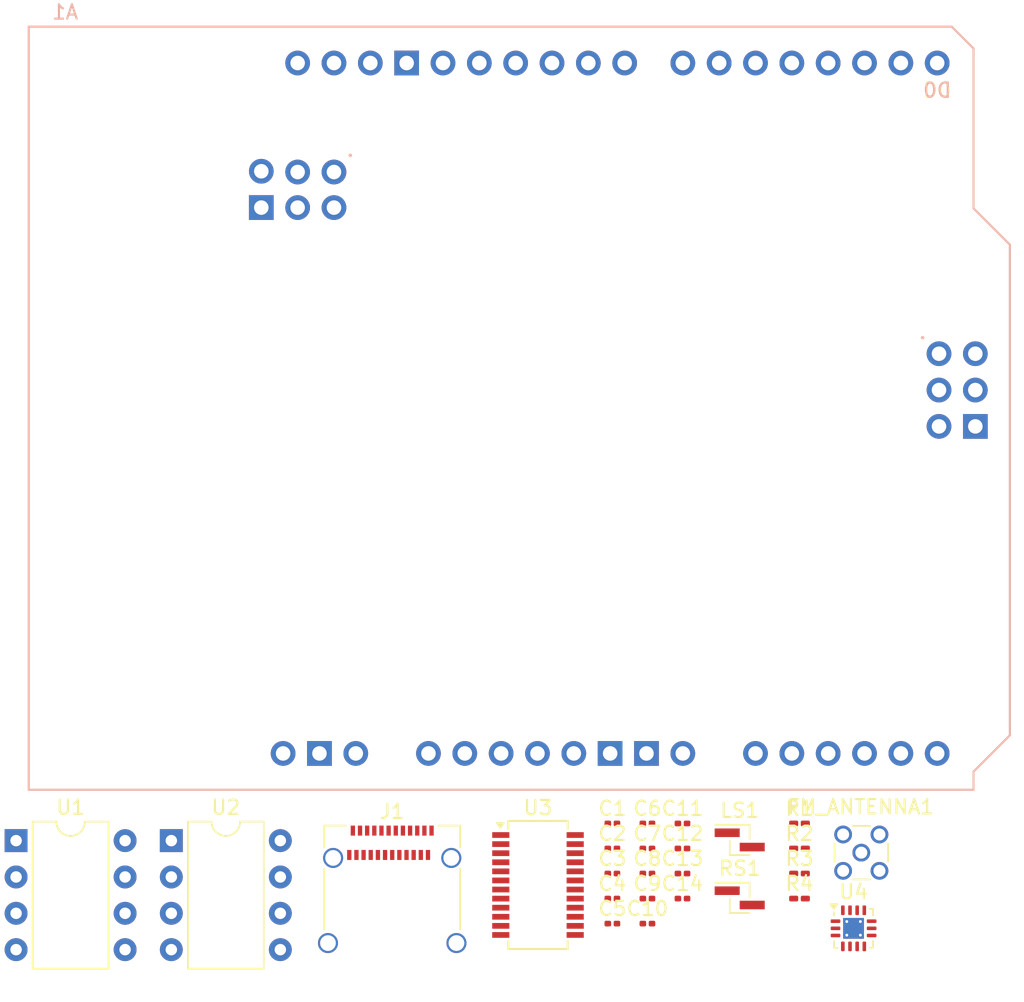
<source format=kicad_pcb>
(kicad_pcb (version 20240108) (generator "pcbnew") (generator_version "8.0")
  (layers (0 "F.Cu" signal) (31 "B.Cu" signal) (34 "B.Paste" user) (35 "F.Paste" user) (36 "B.SilkS" user "B.Silkscreen") (37 "F.SilkS" user "F.Silkscreen") (38 "B.Mask" user) (39 "F.Mask" user) (44 "Edge.Cuts" user))
  (net 0 "")
  (net 6 "Net-(U3-RCLK)")
  (net 11 "Net-(U3-SCLK)")
  (net 12 "Net-(U3-~{RST})")
  (net 13 "GND")
  (net 18 "DOUT")
  (net 20 "Net-(U3-GPO2{slash}[~{INT}])")
  (net 22 "Net-(U3-GPO3{slash}[DCLK])")
  (net 25 "+3.3V")
  (net 28 "INT_N")
  (net 29 "Net-(U3-GPO1)")
  (net 33 "Net-(U4-SCL)")
  (net 34 "Net-(U4-SDA)")
  (net 35 "Net-(U3-~{SEN})")
  (net 37 "Net-(U3-SDIO)")
  (net 43 "Net-(C1-+)")
  (net 44 "Net-(C2--)")
  (net 45 "Net-(C2-+)")
  (net 46 "Net-(C3-Pad2)")
  (net 47 "LOUT{slash}24")
  (net 48 "ROUT{slash}23")
  (net 49 "Net-(C5-Pad2)")
  (net 50 "Net-(U1-BYPASS)")
  (net 51 "Net-(U2-BYPASS)")
  (net 52 "Net-(C8-Pad2)")
  (net 53 "Net-(C12-Pad1)")
  (net 54 "DFS{slash}2")
  (net 55 "Net-(C10-Pad1)")
  (net 56 "Net-(C10-Pad2)")
  (net 57 "+12V")
  (net 58 "Net-(J1-CC2)")
  (net 59 "Net-(J1-CC1)")
  (net 60 "Net-(R3--)")
  (net 61 "Net-(R4--)")
  (footprint "Capacitor_SMD:C_0201_0603Metric" (layer "F.Cu") (at 147.09 155.1575)
    (property "Reference" "C10" (at 0 -1.05 0) (layer "F.SilkS"))
    (property "Value" "1000uF_50V")
    (pad "1" smd roundrect (at -0.32 0) (size 0.46 0.4) (layers "F.Cu" "F.Mask") (net 55 "Net-(C10-Pad1)"))
    (pad "2" smd roundrect (at 0.32 0) (size 0.46 0.4) (layers "F.Cu" "F.Mask") (net 56 "Net-(C10-Pad2)"))
  )
  (footprint "Package_DFN_QFN:WQFN-14-1EP_2.5x2.5mm_P0.5mm_EP1.45x1.45mm_ThermalVias" (layer "F.Cu") (at 161.5 155.4875)
    (property "Reference" "U4" (at 0 -2.55 0) (layer "F.SilkS"))
    (property "Value" "FUSB302B01MPX")
    (fp_line (start -1.38 -0.885) (end -1.38 -1.12) (stroke (width 0.12)) (layer "F.SilkS"))
    (fp_line (start -1.36 1.36) (end -1.36 0.885) (stroke (width 0.12)) (layer "F.SilkS"))
    (fp_line (start -1.135 1.36) (end -1.36 1.36) (stroke (width 0.12)) (layer "F.SilkS"))
    (fp_line (start 1.135 -1.36) (end 1.36 -1.36) (stroke (width 0.12)) (layer "F.SilkS"))
    (fp_line (start 1.135 1.36) (end 1.36 1.36) (stroke (width 0.12)) (layer "F.SilkS"))
    (fp_line (start 1.36 -1.36) (end 1.36 -0.885) (stroke (width 0.12)) (layer "F.SilkS"))
    (fp_line (start 1.36 1.36) (end 1.36 0.885) (stroke (width 0.12)) (layer "F.SilkS"))
    (fp_poly (pts (xy -1.38 -1.36) (xy -1.62 -1.69) (xy -1.14 -1.69) (xy -1.38 -1.36)) (stroke (width 0.12)) (fill solid) (layer "F.SilkS"))
    (pad "1" smd roundrect (at -1.2625 -0.5) (size 0.675 0.25) (layers "F.Cu" "F.Paste" "F.Mask") (net 58 "Net-(J1-CC2)"))
    (pad "2" smd roundrect (at -1.2625 0) (size 0.675 0.25) (layers "F.Cu" "F.Paste" "F.Mask") (net 57 "+12V"))
    (pad "3" smd roundrect (at -1.2625 0.5) (size 0.675 0.25) (layers "F.Cu" "F.Paste" "F.Mask") (net 25 "+3.3V"))
    (pad "4" smd roundrect (at -0.75 1.2625) (size 0.25 0.675) (layers "F.Cu" "F.Paste" "F.Mask") (net 25 "+3.3V"))
    (pad "5" smd roundrect (at -0.25 1.2625) (size 0.25 0.675) (layers "F.Cu" "F.Paste" "F.Mask") (net 28 "INT_N"))
    (pad "6" smd roundrect (at 0.25 1.2625) (size 0.25 0.675) (layers "F.Cu" "F.Paste" "F.Mask") (net 33 "Net-(U4-SCL)"))
    (pad "7" smd roundrect (at 0.75 1.2625) (size 0.25 0.675) (layers "F.Cu" "F.Paste" "F.Mask") (net 34 "Net-(U4-SDA)"))
    (pad "8" smd roundrect (at 1.2625 0.5) (size 0.675 0.25) (layers "F.Cu" "F.Paste" "F.Mask") (net 13 "GND"))
    (pad "9" smd roundrect (at 1.2625 0) (size 0.675 0.25) (layers "F.Cu" "F.Paste" "F.Mask") (net 13 "GND"))
    (pad "10" smd roundrect (at 1.2625 -0.5) (size 0.675 0.25) (layers "F.Cu" "F.Paste" "F.Mask") (net 59 "Net-(J1-CC1)"))
    (pad "11" smd roundrect (at 0.75 -1.2625) (size 0.25 0.675) (layers "F.Cu" "F.Paste" "F.Mask") (net 59 "Net-(J1-CC1)"))
    (pad "12" smd roundrect (at 0.25 -1.2625) (size 0.25 0.675) (layers "F.Cu" "F.Paste" "F.Mask") (net 61 "Net-(R4--)"))
    (pad "13" smd roundrect (at -0.25 -1.2625) (size 0.25 0.675) (layers "F.Cu" "F.Paste" "F.Mask") (net 60 "Net-(R3--)"))
    (pad "14" smd roundrect (at -0.75 -1.2625) (size 0.25 0.675) (layers "F.Cu" "F.Paste" "F.Mask") (net 58 "Net-(J1-CC2)"))
    (pad "15" thru_hole circle (at -0.475 -0.475) (size 0.5 0.5) (drill 0.2) (property pad_prop_heatsink) (layers "*.Cu") (net 13 "GND"))
    (pad "15" thru_hole circle (at -0.475 0.475) (size 0.5 0.5) (drill 0.2) (property pad_prop_heatsink) (layers "*.Cu") (net 13 "GND"))
    (pad "15" smd rect (at 0 0) (size 1.45 1.45) (property pad_prop_heatsink) (layers "F.Cu" "F.Mask") (net 13 "GND"))
    (pad "15" smd rect (at 0 0) (size 1.45 1.45) (property pad_prop_heatsink) (layers "B.Cu") (net 13 "GND"))
    (pad "15" thru_hole circle (at 0.475 -0.475) (size 0.5 0.5) (drill 0.2) (property pad_prop_heatsink) (layers "*.Cu") (net 13 "GND"))
    (pad "15" thru_hole circle (at 0.475 0.475) (size 0.5 0.5) (drill 0.2) (property pad_prop_heatsink) (layers "*.Cu") (net 13 "GND"))
  )
  (footprint "Capacitor_SMD:C_0201_0603Metric" (layer "F.Cu") (at 147.09 151.6575)
    (property "Reference" "C8" (at 0 -1.05 0) (layer "F.SilkS"))
    (property "Value" "1000uF_50V")
    (pad "1" smd roundrect (at -0.32 0) (size 0.46 0.4) (layers "F.Cu" "F.Mask") (net 53 "Net-(C12-Pad1)"))
    (pad "2" smd roundrect (at 0.32 0) (size 0.46 0.4) (layers "F.Cu" "F.Mask") (net 52 "Net-(C8-Pad2)"))
  )
  (footprint "Capacitor_SMD:C_0201_0603Metric" (layer "F.Cu") (at 144.64 148.1575)
    (property "Reference" "C1" (at 0 -1.05 0) (layer "F.SilkS"))
    (property "Value" "22nF")
    (pad "1" smd roundrect (at -0.32 0) (size 0.46 0.4) (layers "F.Cu" "F.Mask") (net 43 "Net-(C1-+)"))
    (pad "2" smd roundrect (at 0.32 0) (size 0.46 0.4) (layers "F.Cu" "F.Mask") (net 25 "+3.3V"))
  )
  (footprint "Package_SO:SSOP-24_3.9x8.7mm_P0.635mm" (layer "F.Cu") (at 139.44 152.4575)
    (property "Reference" "U3" (at 0 -5.4 0) (layer "F.SilkS"))
    (property "Value" "Si4731-D60-GU")
    (fp_line (start -2.075 -4.475) (end -2.075 -3.9175) (stroke (width 0.15)) (layer "F.SilkS"))
    (fp_line (start -2.075 -4.475) (end 2.075 -4.475) (stroke (width 0.15)) (layer "F.SilkS"))
    (fp_line (start -2.075 4.475) (end -2.075 3.9175) (stroke (width 0.15)) (layer "F.SilkS"))
    (fp_line (start -2.075 4.475) (end 2.075 4.475) (stroke (width 0.15)) (layer "F.SilkS"))
    (fp_line (start 2.075 -4.475) (end 2.075 -3.9175) (stroke (width 0.15)) (layer "F.SilkS"))
    (fp_line (start 2.075 4.475) (end 2.075 3.9175) (stroke (width 0.15)) (layer "F.SilkS"))
    (fp_poly (pts (xy -2.6375 -4) (xy -2.8775 -4.33) (xy -2.3975 -4.33) (xy -2.6375 -4)) (stroke (width 0.12)) (fill solid) (layer "F.SilkS"))
    (pad "1" smd rect (at -2.6 -3.4925) (size 1.2 0.4) (layers "F.Cu" "F.Paste" "F.Mask") (net 18 "DOUT"))
    (pad "2" smd rect (at -2.6 -2.8575) (size 1.2 0.4) (layers "F.Cu" "F.Paste" "F.Mask") (net 54 "DFS{slash}2"))
    (pad "3" smd rect (at -2.6 -2.2225) (size 1.2 0.4) (layers "F.Cu" "F.Paste" "F.Mask") (net 22 "Net-(U3-GPO3{slash}[DCLK])"))
    (pad "4" smd rect (at -2.6 -1.5875) (size 1.2 0.4) (layers "F.Cu" "F.Paste" "F.Mask") (net 20 "Net-(U3-GPO2{slash}[~{INT}])"))
    (pad "5" smd rect (at -2.6 -0.9525) (size 1.2 0.4) (layers "F.Cu" "F.Paste" "F.Mask") (net 29 "Net-(U3-GPO1)"))
    (pad "6" smd rect (at -2.6 -0.3175) (size 1.2 0.4) (layers "F.Cu" "F.Paste" "F.Mask"))
    (pad "7" smd rect (at -2.6 0.3175) (size 1.2 0.4) (layers "F.Cu" "F.Paste" "F.Mask"))
    (pad "8" smd rect (at -2.6 0.9525) (size 1.2 0.4) (layers "F.Cu" "F.Paste" "F.Mask") (net 44 "Net-(C2--)"))
    (pad "9" smd rect (at -2.6 1.5875) (size 1.2 0.4) (layers "F.Cu" "F.Paste" "F.Mask") (net 13 "GND"))
    (pad "10" smd rect (at -2.6 2.2225) (size 1.2 0.4) (layers "F.Cu" "F.Paste" "F.Mask"))
    (pad "11" smd rect (at -2.6 2.8575) (size 1.2 0.4) (layers "F.Cu" "F.Paste" "F.Mask"))
    (pad "12" smd rect (at -2.6 3.4925) (size 1.2 0.4) (layers "F.Cu" "F.Paste" "F.Mask"))
    (pad "13" smd rect (at 2.6 3.4925) (size 1.2 0.4) (layers "F.Cu" "F.Paste" "F.Mask") (net 13 "GND"))
    (pad "14" smd rect (at 2.6 2.8575) (size 1.2 0.4) (layers "F.Cu" "F.Paste" "F.Mask") (net 13 "GND"))
    (pad "15" smd rect (at 2.6 2.2225) (size 1.2 0.4) (layers "F.Cu" "F.Paste" "F.Mask") (net 12 "Net-(U3-~{RST})"))
    (pad "16" smd rect (at 2.6 1.5875) (size 1.2 0.4) (layers "F.Cu" "F.Paste" "F.Mask") (net 35 "Net-(U3-~{SEN})"))
    (pad "17" smd rect (at 2.6 0.9525) (size 1.2 0.4) (layers "F.Cu" "F.Paste" "F.Mask") (net 11 "Net-(U3-SCLK)"))
    (pad "18" smd rect (at 2.6 0.3175) (size 1.2 0.4) (layers "F.Cu" "F.Paste" "F.Mask") (net 37 "Net-(U3-SDIO)"))
    (pad "19" smd rect (at 2.6 -0.3175) (size 1.2 0.4) (layers "F.Cu" "F.Paste" "F.Mask") (net 6 "Net-(U3-RCLK)"))
    (pad "20" smd rect (at 2.6 -0.9525) (size 1.2 0.4) (layers "F.Cu" "F.Paste" "F.Mask") (net 25 "+3.3V"))
    (pad "21" smd rect (at 2.6 -1.5875) (size 1.2 0.4) (layers "F.Cu" "F.Paste" "F.Mask") (net 25 "+3.3V"))
    (pad "22" smd rect (at 2.6 -2.2225) (size 1.2 0.4) (layers "F.Cu" "F.Paste" "F.Mask") (net 43 "Net-(C1-+)"))
    (pad "23" smd rect (at 2.6 -2.8575) (size 1.2 0.4) (layers "F.Cu" "F.Paste" "F.Mask") (net 48 "ROUT{slash}23"))
    (pad "24" smd rect (at 2.6 -3.4925) (size 1.2 0.4) (layers "F.Cu" "F.Paste" "F.Mask") (net 47 "LOUT{slash}24"))
  )
  (footprint "Resistor_SMD:R_0201_0603Metric_Pad0.64x0.40mm_HandSolder" (layer "F.Cu") (at 157.72 153.4075)
    (property "Reference" "R4" (at 0 -1.05 0) (layer "F.SilkS"))
    (property "Value" "10")
    (pad "1" smd roundrect (at -0.4075 0) (size 0.635 0.4) (layers "F.Cu" "F.Mask") (net 25 "+3.3V"))
    (pad "2" smd roundrect (at 0.4075 0) (size 0.635 0.4) (layers "F.Cu" "F.Mask") (net 61 "Net-(R4--)"))
  )
  (footprint "Package_DIP:DIP-8_W7.62mm" (layer "F.Cu") (at 113.81 149.3575)
    (property "Reference" "U2" (at 3.81 -2.33 0) (layer "F.SilkS"))
    (property "Value" "LM380N-8")
    (fp_line (start 1.16 -1.33) (end 1.16 8.95) (stroke (width 0.12)) (layer "F.SilkS"))
    (fp_line (start 1.16 8.95) (end 6.46 8.95) (stroke (width 0.12)) (layer "F.SilkS"))
    (fp_line (start 2.81 -1.33) (end 1.16 -1.33) (stroke (width 0.12)) (layer "F.SilkS"))
    (fp_line (start 6.46 -1.33) (end 4.81 -1.33) (stroke (width 0.12)) (layer "F.SilkS"))
    (fp_line (start 6.46 8.95) (end 6.46 -1.33) (stroke (width 0.12)) (layer "F.SilkS"))
    (fp_arc (start 4.81 -1.33) (mid 3.81 -0.33) (end 2.81 -1.33) (stroke (width 0.12)) (layer "F.SilkS"))
    (pad "1" thru_hole rect (at 0 0) (size 1.6 1.6) (drill 0.8) (layers "*.Cu" "*.Mask"))
    (pad "2" thru_hole oval (at 0 2.54) (size 1.6 1.6) (drill 0.8) (layers "*.Cu" "*.Mask") (net 48 "ROUT{slash}23"))
    (pad "3" thru_hole oval (at 0 5.08) (size 1.6 1.6) (drill 0.8) (layers "*.Cu" "*.Mask") (net 13 "GND"))
    (pad "4" thru_hole oval (at 0 7.62) (size 1.6 1.6) (drill 0.8) (layers "*.Cu" "*.Mask") (net 13 "GND"))
    (pad "5" thru_hole oval (at 7.62 7.62) (size 1.6 1.6) (drill 0.8) (layers "*.Cu" "*.Mask"))
    (pad "6" thru_hole oval (at 7.62 5.08) (size 1.6 1.6) (drill 0.8) (layers "*.Cu" "*.Mask") (net 55 "Net-(C10-Pad1)"))
    (pad "7" thru_hole oval (at 7.62 2.54) (size 1.6 1.6) (drill 0.8) (layers "*.Cu" "*.Mask") (net 57 "+12V"))
    (pad "8" thru_hole oval (at 7.62 0) (size 1.6 1.6) (drill 0.8) (layers "*.Cu" "*.Mask") (net 51 "Net-(U2-BYPASS)"))
  )
  (footprint "Capacitor_SMD:C_0201_0603Metric" (layer "F.Cu") (at 149.54 148.1575)
    (property "Reference" "C11" (at 0 -1.05 0) (layer "F.SilkS"))
    (property "Value" "500uF_50V")
    (pad "1" smd roundrect (at -0.32 0) (size 0.46 0.4) (layers "F.Cu" "F.Mask") (net 57 "+12V"))
    (pad "2" smd roundrect (at 0.32 0) (size 0.46 0.4) (layers "F.Cu" "F.Mask") (net 13 "GND"))
  )
  (footprint "Resistor_SMD:R_0201_0603Metric_Pad0.64x0.40mm_HandSolder" (layer "F.Cu") (at 157.72 149.9075)
    (property "Reference" "R2" (at 0 -1.05 0) (layer "F.SilkS"))
    (property "Value" "10k")
    (pad "1" smd roundrect (at -0.4075 0) (size 0.635 0.4) (layers "F.Cu" "F.Mask") (net 49 "Net-(C5-Pad2)"))
    (pad "2" smd roundrect (at 0.4075 0) (size 0.635 0.4) (layers "F.Cu" "F.Mask") (net 13 "GND"))
  )
  (footprint "Capacitor_SMD:C_0201_0603Metric" (layer "F.Cu") (at 149.54 149.9075)
    (property "Reference" "C12" (at 0 -1.05 0) (layer "F.SilkS"))
    (property "Value" "5uF_50V")
    (pad "1" smd roundrect (at -0.32 0) (size 0.46 0.4) (layers "F.Cu" "F.Mask") (net 53 "Net-(C12-Pad1)"))
    (pad "2" smd roundrect (at 0.32 0) (size 0.46 0.4) (layers "F.Cu" "F.Mask") (net 13 "GND"))
  )
  (footprint "Connector_PinHeader_1.00mm:PinHeader_1x02_P1.00mm_Vertical_SMD_Pin1Left" (layer "F.Cu") (at 153.54 153.3575)
    (property "Reference" "RS1" (at 0 -2.06 0) (layer "F.SilkS"))
    (property "Value" "Speaker")
    (fp_line (start -0.695 -1.06) (end -1.69 -1.06) (stroke (width 0.12)) (layer "F.SilkS"))
    (fp_line (start -0.695 -1.06) (end -0.695 -1.06) (stroke (width 0.12)) (layer "F.SilkS"))
    (fp_line (start -0.695 -1.06) (end 0.695 -1.06) (stroke (width 0.12)) (layer "F.SilkS"))
    (fp_line (start -0.695 0.06) (end -0.695 1.06) (stroke (width 0.12)) (layer "F.SilkS"))
    (fp_line (start -0.695 1.06) (end 0.695 1.06) (stroke (width 0.12)) (layer "F.SilkS"))
    (fp_line (start 0.695 -1.06) (end 0.695 -0.06) (stroke (width 0.12)) (layer "F.SilkS"))
    (fp_line (start 0.695 1.06) (end 0.695 1.06) (stroke (width 0.12)) (layer "F.SilkS"))
    (pad "1" smd rect (at -0.875 -0.5) (size 1.75 0.6) (layers "F.Cu" "F.Paste" "F.Mask") (net 56 "Net-(C10-Pad2)"))
    (pad "2" smd rect (at 0.875 0.5) (size 1.75 0.6) (layers "F.Cu" "F.Paste" "F.Mask") (net 13 "GND"))
  )
  (footprint "Capacitor_SMD:C_0201_0603Metric" (layer "F.Cu") (at 147.09 148.1575)
    (property "Reference" "C6" (at 0 -1.05 0) (layer "F.SilkS"))
    (property "Value" "500uF_50V")
    (pad "1" smd roundrect (at -0.32 0) (size 0.46 0.4) (layers "F.Cu" "F.Mask") (net 50 "Net-(U1-BYPASS)"))
    (pad "2" smd roundrect (at 0.32 0) (size 0.46 0.4) (layers "F.Cu" "F.Mask") (net 13 "GND"))
  )
  (footprint "Resistor_SMD:R_0201_0603Metric_Pad0.64x0.40mm_HandSolder" (layer "F.Cu") (at 157.72 148.1575)
    (property "Reference" "R1" (at 0 -1.05 0) (layer "F.SilkS"))
    (property "Value" "10k")
    (pad "1" smd roundrect (at -0.4075 0) (size 0.635 0.4) (layers "F.Cu" "F.Mask") (net 13 "GND"))
    (pad "2" smd roundrect (at 0.4075 0) (size 0.635 0.4) (layers "F.Cu" "F.Mask") (net 46 "Net-(C3-Pad2)"))
  )
  (footprint "Connector_PinHeader_1.00mm:PinHeader_1x02_P1.00mm_Vertical_SMD_Pin1Left" (layer "F.Cu") (at 153.54 149.3075)
    (property "Reference" "LS1" (at 0 -2.06 0) (layer "F.SilkS"))
    (property "Value" "Speaker")
    (fp_line (start -0.695 -1.06) (end -1.69 -1.06) (stroke (width 0.12)) (layer "F.SilkS"))
    (fp_line (start -0.695 -1.06) (end -0.695 -1.06) (stroke (width 0.12)) (layer "F.SilkS"))
    (fp_line (start -0.695 -1.06) (end 0.695 -1.06) (stroke (width 0.12)) (layer "F.SilkS"))
    (fp_line (start -0.695 0.06) (end -0.695 1.06) (stroke (width 0.12)) (layer "F.SilkS"))
    (fp_line (start -0.695 1.06) (end 0.695 1.06) (stroke (width 0.12)) (layer "F.SilkS"))
    (fp_line (start 0.695 -1.06) (end 0.695 -0.06) (stroke (width 0.12)) (layer "F.SilkS"))
    (fp_line (start 0.695 1.06) (end 0.695 1.06) (stroke (width 0.12)) (layer "F.SilkS"))
    (pad "1" smd rect (at -0.875 -0.5) (size 1.75 0.6) (layers "F.Cu" "F.Paste" "F.Mask") (net 52 "Net-(C8-Pad2)"))
    (pad "2" smd rect (at 0.875 0.5) (size 1.75 0.6) (layers "F.Cu" "F.Paste" "F.Mask") (net 13 "GND"))
  )
  (footprint "Connector_Coaxial:MMCX_Molex_73415-1471_Vertical" (layer "F.Cu") (at 162.04 150.1975)
    (property "Reference" "FM_ANTENNA1" (at -0.04 -3.2 0) (layer "F.SilkS"))
    (property "Value" "Antenna")
    (fp_line (start -1.87 0.62) (end -1.87 -0.62) (stroke (width 0.12)) (layer "F.SilkS"))
    (fp_line (start 0.62 -1.87) (end -0.62 -1.87) (stroke (width 0.12)) (layer "F.SilkS"))
    (fp_line (start 0.62 1.87) (end -0.62 1.87) (stroke (width 0.12)) (layer "F.SilkS"))
    (fp_line (start 1.87 0.62) (end 1.87 -0.62) (stroke (width 0.12)) (layer "F.SilkS"))
    (pad "1" thru_hole circle (at 0 0) (size 1.24 1.24) (drill 0.84) (layers "*.Cu" "*.Mask") (net 45 "Net-(C2-+)"))
    (pad "2" thru_hole circle (at -1.27 -1.27) (size 1.24 1.24) (drill 0.84) (layers "*.Cu" "*.Mask"))
    (pad "2" thru_hole circle (at -1.27 1.27) (size 1.24 1.24) (drill 0.84) (layers "*.Cu" "*.Mask"))
    (pad "2" thru_hole circle (at 1.27 -1.27) (size 1.24 1.24) (drill 0.84) (layers "*.Cu" "*.Mask"))
    (pad "2" thru_hole circle (at 1.27 1.27) (size 1.24 1.24) (drill 0.84) (layers "*.Cu" "*.Mask"))
  )
  (footprint "Connector_USB:USB_C_Receptacle_Amphenol_12401610E4-2A_CircularHoles" (layer "F.Cu") (at 129.25 153.6775)
    (property "Reference" "J1" (at 0 -6.36 0) (layer "F.SilkS"))
    (property "Value" "USB_C_Receptacle_PowerOnly_6P")
    (fp_line (start -4.75 -5.37) (end -4.75 -3.85) (stroke (width 0.12)) (layer "F.SilkS"))
    (fp_line (start -4.75 -5.37) (end -3.25 -5.37) (stroke (width 0.12)) (layer "F.SilkS"))
    (fp_line (start -4.75 -2.35) (end -4.75 1.89) (stroke (width 0.12)) (layer "F.SilkS"))
    (fp_line (start 3.25 -5.37) (end 4.75 -5.37) (stroke (width 0.12)) (layer "F.SilkS"))
    (fp_line (start 4.75 -5.37) (end 4.75 -3.85) (stroke (width 0.12)) (layer "F.SilkS"))
    (fp_line (start 4.75 -2.35) (end 4.75 1.89) (stroke (width 0.12)) (layer "F.SilkS"))
    (pad "" np_thru_hole circle (at -3.6 -4.36) (size 0.65 0.65) (drill 0.65) (layers "*.Cu" "*.Mask"))
    (pad "" np_thru_hole circle (at 3.6 -4.36) (size 0.95 0.95) (drill 0.95) (layers "*.Cu" "*.Mask"))
    (pad "A1" smd rect (at -2.75 -5.02) (size 0.3 0.7) (layers "F.Cu" "F.Paste" "F.Mask"))
    (pad "A2" smd rect (at -2.25 -5.02) (size 0.3 0.7) (layers "F.Cu" "F.Paste" "F.Mask"))
    (pad "A3" smd rect (at -1.75 -5.02) (size 0.3 0.7) (layers "F.Cu" "F.Paste" "F.Mask"))
    (pad "A4" smd rect (at -1.25 -5.02) (size 0.3 0.7) (layers "F.Cu" "F.Paste" "F.Mask"))
    (pad "A5" smd rect (at -0.75 -5.02) (size 0.3 0.7) (layers "F.Cu" "F.Paste" "F.Mask") (net 59 "Net-(J1-CC1)"))
    (pad "A6" smd rect (at -0.25 -5.02) (size 0.3 0.7) (layers "F.Cu" "F.Paste" "F.Mask"))
    (pad "A7" smd rect (at 0.25 -5.02) (size 0.3 0.7) (layers "F.Cu" "F.Paste" "F.Mask"))
    (pad "A8" smd rect (at 0.75 -5.02) (size 0.3 0.7) (layers "F.Cu" "F.Paste" "F.Mask"))
    (pad "A9" smd rect (at 1.25 -5.02) (size 0.3 0.7) (layers "F.Cu" "F.Paste" "F.Mask") (net 57 "+12V"))
    (pad "A10" smd rect (at 1.75 -5.02) (size 0.3 0.7) (layers "F.Cu" "F.Paste" "F.Mask"))
    (pad "A11" smd rect (at 2.25 -5.02) (size 0.3 0.7) (layers "F.Cu" "F.Paste" "F.Mask"))
    (pad "A12" smd rect (at 2.75 -5.02) (size 0.3 0.7) (layers "F.Cu" "F.Paste" "F.Mask") (net 13 "GND"))
    (pad "B1" smd rect (at 2.5 -3.32) (size 0.3 0.7) (layers "F.Cu" "F.Paste" "F.Mask"))
    (pad "B2" smd rect (at 2 -3.32) (size 0.3 0.7) (layers "F.Cu" "F.Paste" "F.Mask"))
    (pad "B3" smd rect (at 1.5 -3.32) (size 0.3 0.7) (layers "F.Cu" "F.Paste" "F.Mask"))
    (pad "B4" smd rect (at 1 -3.32) (size 0.3 0.7) (layers "F.Cu" "F.Paste" "F.Mask"))
    (pad "B5" smd rect (at 0.5 -3.32) (size 0.3 0.7) (layers "F.Cu" "F.Paste" "F.Mask") (net 58 "Net-(J1-CC2)"))
    (pad "B6" smd rect (at 0 -3.32) (size 0.3 0.7) (layers "F.Cu" "F.Paste" "F.Mask"))
    (pad "B7" smd rect (at -0.5 -3.32) (size 0.3 0.7) (layers "F.Cu" "F.Paste" "F.Mask"))
    (pad "B8" smd rect (at -1 -3.32) (size 0.3 0.7) (layers "F.Cu" "F.Paste" "F.Mask"))
    (pad "B9" smd rect (at -1.5 -3.32) (size 0.3 0.7) (layers "F.Cu" "F.Paste" "F.Mask") (net 57 "+12V"))
    (pad "B10" smd rect (at -2 -3.32) (size 0.3 0.7) (layers "F.Cu" "F.Paste" "F.Mask"))
    (pad "B11" smd rect (at -2.5 -3.32) (size 0.3 0.7) (layers "F.Cu" "F.Paste" "F.Mask"))
    (pad "B12" smd rect (at -3 -3.32) (size 0.3 0.7) (layers "F.Cu" "F.Paste" "F.Mask") (net 13 "GND"))
    (pad "S1" thru_hole circle (at -4.49 2.84) (size 1.4 1.4) (drill 1.1) (layers "*.Cu" "*.Mask") (net 13 "GND"))
    (pad "S1" thru_hole circle (at -4.13 -3.11) (size 1.4 1.4) (drill 1.1) (layers "*.Cu" "*.Mask") (net 13 "GND"))
    (pad "S1" thru_hole circle (at 4.13 -3.11) (size 1.4 1.4) (drill 1.1) (layers "*.Cu" "*.Mask") (net 13 "GND"))
    (pad "S1" thru_hole circle (at 4.49 2.84) (size 1.4 1.4) (drill 1.1) (layers "*.Cu" "*.Mask") (net 13 "GND"))
  )
  (footprint "Capacitor_SMD:C_0201_0603Metric" (layer "F.Cu") (at 149.54 151.6575)
    (property "Reference" "C13" (at 0 -1.05 0) (layer "F.SilkS"))
    (property "Value" "5uF_50V")
    (pad "1" smd roundrect (at -0.32 0) (size 0.46 0.4) (layers "F.Cu" "F.Mask") (net 55 "Net-(C10-Pad1)"))
    (pad "2" smd roundrect (at 0.32 0) (size 0.46 0.4) (layers "F.Cu" "F.Mask") (net 13 "GND"))
  )
  (footprint "PCM_arduino-library:Arduino_Uno_R4_WiFi_Shield" (layer "F.Cu") (at 103.844 145.801737)
    (property "Reference" "A1" (at 2.54 -54.356 0) (layer "B.SilkS") (effects (justify mirror)))
    (property "Value" "Arduino_Uno_R4_WiFi_Shield")
    (fp_line (start 0 -53.34) (end 0 0) (stroke (width 0.15)) (layer "B.SilkS"))
    (fp_line (start 0 -53.34) (end 64.516 -53.34) (stroke (width 0.15)) (layer "B.SilkS"))
    (fp_line (start 0 0) (end 66.04 0) (stroke (width 0.15)) (layer "B.SilkS"))
    (fp_line (start 64.516 -53.34) (end 66.04 -51.816) (stroke (width 0.15)) (layer "B.SilkS"))
    (fp_line (start 66.04 -40.64) (end 66.04 -51.816) (stroke (width 0.15)) (layer "B.SilkS"))
    (fp_line (start 66.04 -1.27) (end 68.58 -3.81) (stroke (width 0.15)) (layer "B.SilkS"))
    (fp_line (start 66.04 0) (end 66.04 -1.27) (stroke (width 0.15)) (layer "B.SilkS"))
    (fp_line (start 68.58 -38.1) (end 66.04 -40.64) (stroke (width 0.15)) (layer "B.SilkS"))
    (fp_line (start 68.58 -3.81) (end 68.58 -38.1) (stroke (width 0.15)) (layer "B.SilkS"))
    (fp_text user "." (at 22.479 -44.7548 0) (layer "B.SilkS"))
    (fp_text user "D0" (at 63.5 -48.895 0) (layer "B.SilkS") (effects (justify mirror)))
    (fp_text user "." (at 62.484 -32.004 0) (layer "B.SilkS"))
    (fp_text user "." (at 22.479 -44.7548 0) (layer "F.SilkS"))
    (fp_text user "D0" (at 63.5 -48.895 0) (layer "F.SilkS"))
    (fp_text user "." (at 62.484 -32.004 0) (layer "F.SilkS"))
    (pad "" np_thru_hole circle (at 13.97 -2.54) (size 3.2 3.2) (drill 3.2) (layers "*.Cu" "*.Mask"))
    (pad "" np_thru_hole circle (at 15.24 -50.8) (size 3.2 3.2) (drill 3.2) (layers "*.Cu" "*.Mask"))
    (pad "" np_thru_hole circle (at 66.04 -35.56) (size 3.2 3.2) (drill 3.2) (layers "*.Cu" "*.Mask"))
    (pad "" np_thru_hole circle (at 66.04 -7.62) (size 3.2 3.2) (drill 3.2) (layers "*.Cu" "*.Mask"))
    (pad "3V3" thru_hole oval (at 35.56 -2.54) (size 1.7272 1.7272) (drill 1.016) (layers "*.Cu" "*.Mask") (net 25 "+3.3V"))
    (pad "5V1" thru_hole oval (at 38.1 -2.54) (size 1.7272 1.7272) (drill 1.016) (layers "*.Cu" "*.Mask"))
    (pad "5V2" thru_hole oval (at 66.167 -30.48) (size 1.7272 1.7272) (drill 1.016) (layers "*.Cu" "*.Mask"))
    (pad "A0" thru_hole oval (at 50.8 -2.54) (size 1.7272 1.7272) (drill 1.016) (layers "*.Cu" "*.Mask"))
    (pad "A1" thru_hole oval (at 53.34 -2.54) (size 1.7272 1.7272) (drill 1.016) (layers "*.Cu" "*.Mask"))
    (pad "A2" thru_hole oval (at 55.88 -2.54) (size 1.7272 1.7272) (drill 1.016) (layers "*.Cu" "*.Mask"))
    (pad "A3" thru_hole oval (at 58.42 -2.54) (size 1.7272 1.7272) (drill 1.016) (layers "*.Cu" "*.Mask"))
    (pad "A4" thru_hole oval (at 60.96 -2.54) (size 1.7272 1.7272) (drill 1.016) (layers "*.Cu" "*.Mask"))
    (pad "A5" thru_hole oval (at 63.5 -2.54) (size 1.7272 1.7272) (drill 1.016) (layers "*.Cu" "*.Mask") (net 28 "INT_N"))
    (pad "AREF" thru_hole oval (at 23.876 -50.8) (size 1.7272 1.7272) (drill 1.016) (layers "*.Cu" "*.Mask"))
    (pad "BOOT" thru_hole oval (at 27.94 -2.54) (size 1.7272 1.7272) (drill 1.016) (layers "*.Cu" "*.Mask"))
    (pad "D0" thru_hole oval (at 63.5 -50.8) (size 1.7272 1.7272) (drill 1.016) (layers "*.Cu" "*.Mask"))
    (pad "D1" thru_hole oval (at 60.96 -50.8) (size 1.7272 1.7272) (drill 1.016) (layers "*.Cu" "*.Mask"))
    (pad "D2" thru_hole oval (at 58.42 -50.8) (size 1.7272 1.7272) (drill 1.016) (layers "*.Cu" "*.Mask"))
    (pad "D3" thru_hole oval (at 55.88 -50.8) (size 1.7272 1.7272) (drill 1.016) (layers "*.Cu" "*.Mask"))
    (pad "D4" thru_hole oval (at 53.34 -50.8) (size 1.7272 1.7272) (drill 1.016) (layers "*.Cu" "*.Mask"))
    (pad "D5" thru_hole oval (at 50.8 -50.8) (size 1.7272 1.7272) (drill 1.016) (layers "*.Cu" "*.Mask") (net 12 "Net-(U3-~{RST})"))
    (pad "D6" thru_hole oval (at 48.26 -50.8) (size 1.7272 1.7272) (drill 1.016) (layers "*.Cu" "*.Mask") (net 35 "Net-(U3-~{SEN})"))
    (pad "D7" thru_hole oval (at 45.72 -50.8) (size 1.7272 1.7272) (drill 1.016) (layers "*.Cu" "*.Mask") (net 37 "Net-(U3-SDIO)"))
    (pad "D8" thru_hole oval (at 41.656 -50.8) (size 1.7272 1.7272) (drill 1.016) (layers "*.Cu" "*.Mask") (net 11 "Net-(U3-SCLK)"))
    (pad "D9" thru_hole oval (at 39.116 -50.8) (size 1.7272 1.7272) (drill 1.016) (layers "*.Cu" "*.Mask") (net 6 "Net-(U3-RCLK)"))
    (pad "D10" thru_hole oval (at 36.576 -50.8) (size 1.7272 1.7272) (drill 1.016) (layers "*.Cu" "*.Mask") (net 22 "Net-(U3-GPO3{slash}[DCLK])"))
    (pad "D11" thru_hole oval (at 34.036 -50.8) (size 1.7272 1.7272) (drill 1.016) (layers "*.Cu" "*.Mask") (net 20 "Net-(U3-GPO2{slash}[~{INT}])"))
    (pad "D12" thru_hole oval (at 31.496 -50.8) (size 1.7272 1.7272) (drill 1.016) (layers "*.Cu" "*.Mask") (net 29 "Net-(U3-GPO1)"))
    (pad "D13" thru_hole oval (at 28.956 -50.8) (size 1.7272 1.7272) (drill 1.016) (layers "*.Cu" "*.Mask") (net 18 "DOUT"))
    (pad "ESP1" thru_hole oval (at 21.336 -43.18) (size 1.7272 1.7272) (drill 1.016) (layers "*.Cu" "*.Mask"))
    (pad "ESP2" thru_hole oval (at 21.336 -40.69399) (size 1.7272 1.7272) (drill 1.016) (layers "*.Cu" "*.Mask"))
    (pad "ESP3" thru_hole oval (at 18.796 -43.18) (size 1.7272 1.7272) (drill 1.016) (layers "*.Cu" "*.Mask"))
    (pad "ESP4" thru_hole oval (at 18.796 -40.69399) (size 1.7272 1.7272) (drill 1.016) (layers "*.Cu" "*.Mask"))
    (pad "ESP5" thru_hole oval (at 16.256 -43.23399) (size 1.7272 1.7272) (drill 1.016) (layers "*.Cu" "*.Mask"))
    (pad "GND1" thru_hole rect (at 26.416 -50.8) (size 1.7272 1.7272) (drill 1.016) (layers "*.Cu" "*.Mask") (net 13 "GND"))
    (pad "GND2" thru_hole rect (at 40.64 -2.54) (size 1.7272 1.7272) (drill 1.016) (layers "*.Cu" "*.Mask") (net 13 "GND"))
    (pad "GND3" thru_hole rect (at 43.18 -2.54) (size 1.7272 1.7272) (drill 1.016) (layers "*.Cu" "*.Mask") (net 13 "GND"))
    (pad "GND4" thru_hole rect (at 16.256 -40.69399) (size 1.7272 1.7272) (drill 1.016) (layers "*.Cu" "*.Mask") (net 13 "GND"))
    (pad "GND4" thru_hole rect (at 66.167 -25.4) (size 1.7272 1.7272) (drill 1.016) (layers "*.Cu" "*.Mask") (net 13 "GND"))
    (pad "GND5" thru_hole rect (at 20.32 -2.54) (size 1.7272 1.7272) (drill 1.016) (layers "*.Cu" "*.Mask") (net 13 "GND"))
    (pad "IORF" thru_hole oval (at 30.48 -2.54) (size 1.7272 1.7272) (drill 1.016) (layers "*.Cu" "*.Mask"))
    (pad "MISO" thru_hole oval (at 63.627 -30.48) (size 1.7272 1.7272) (drill 1.016) (layers "*.Cu" "*.Mask"))
    (pad "MOSI" thru_hole oval (at 66.167 -27.94) (size 1.7272 1.7272) (drill 1.016) (layers "*.Cu" "*.Mask"))
    (pad "OFF" thru_hole oval (at 17.78 -2.54) (size 1.7272 1.7272) (drill 1.016) (layers "*.Cu" "*.Mask"))
    (pad "RST1" thru_hole oval (at 33.02 -2.54) (size 1.7272 1.7272) (drill 1.016) (layers "*.Cu" "*.Mask"))
    (pad "RST2" thru_hole oval (at 63.627 -25.4) (size 1.7272 1.7272) (drill 1.016) (layers "*.Cu" "*.Mask"))
    (pad "SCK" thru_hole oval (at 63.627 -27.94) (size 1.7272 1.7272) (drill 1.016) (layers "*.Cu" "*.Mask"))
    (pad "SCL" thru_hole oval (at 18.796 -50.8) (size 1.7272 1.7272) (drill 1.016) (layers "*.Cu" "*.Mask") (net 33 "Net-(U4-SCL)"))
    (pad "SDA" thru_hole oval (at 21.336 -50.8) (size 1.7272 1.7272) (drill 1.016) (layers "*.Cu" "*.Mask") (net 34 "Net-(U4-SDA)"))
    (pad "VBAT" thru_hole oval (at 22.86 -2.54) (size 1.7272 1.7272) (drill 1.016) (layers "*.Cu" "*.Mask"))
    (pad "VIN" thru_hole oval (at 45.72 -2.54) (size 1.7272 1.7272) (drill 1.016) (layers "*.Cu" "*.Mask"))
  )
  (footprint "Capacitor_SMD:C_0201_0603Metric" (layer "F.Cu") (at 149.54 153.4075)
    (property "Reference" "C14" (at 0 -1.05 0) (layer "F.SilkS"))
    (property "Value" "10µ")
    (pad "1" smd roundrect (at -0.32 0) (size 0.46 0.4) (layers "F.Cu" "F.Mask") (net 25 "+3.3V"))
    (pad "2" smd roundrect (at 0.32 0) (size 0.46 0.4) (layers "F.Cu" "F.Mask") (net 13 "GND"))
  )
  (footprint "Capacitor_SMD:C_0201_0603Metric" (layer "F.Cu") (at 147.09 153.4075)
    (property "Reference" "C9" (at 0 -1.05 0) (layer "F.SilkS"))
    (property "Value" "4.5pF")
    (pad "1" smd roundrect (at -0.32 0) (size 0.46 0.4) (layers "F.Cu" "F.Mask") (net 13 "GND"))
    (pad "2" smd roundrect (at 0.32 0) (size 0.46 0.4) (layers "F.Cu" "F.Mask") (net 54 "DFS{slash}2"))
  )
  (footprint "Capacitor_SMD:C_0201_0603Metric" (layer "F.Cu") (at 144.64 153.4075)
    (property "Reference" "C4" (at 0 -1.05 0) (layer "F.SilkS"))
    (property "Value" "100nF")
    (pad "1" smd roundrect (at -0.32 0) (size 0.46 0.4) (layers "F.Cu" "F.Mask") (net 25 "+3.3V"))
    (pad "2" smd roundrect (at 0.32 0) (size 0.46 0.4) (layers "F.Cu" "F.Mask") (net 13 "GND"))
  )
  (footprint "Capacitor_SMD:C_0201_0603Metric" (layer "F.Cu") (at 144.64 155.1575)
    (property "Reference" "C5" (at 0 -1.05 0) (layer "F.SilkS"))
    (property "Value" "5uF_50V")
    (pad "1" smd roundrect (at -0.32 0) (size 0.46 0.4) (layers "F.Cu" "F.Mask") (net 48 "ROUT{slash}23"))
    (pad "2" smd roundrect (at 0.32 0) (size 0.46 0.4) (layers "F.Cu" "F.Mask") (net 49 "Net-(C5-Pad2)"))
  )
  (footprint "Capacitor_SMD:C_0201_0603Metric" (layer "F.Cu") (at 147.09 149.9075)
    (property "Reference" "C7" (at 0 -1.05 0) (layer "F.SilkS"))
    (property "Value" "500uF_50V")
    (pad "1" smd roundrect (at -0.32 0) (size 0.46 0.4) (layers "F.Cu" "F.Mask") (net 51 "Net-(U2-BYPASS)"))
    (pad "2" smd roundrect (at 0.32 0) (size 0.46 0.4) (layers "F.Cu" "F.Mask") (net 13 "GND"))
  )
  (footprint "Package_DIP:DIP-8_W7.62mm" (layer "F.Cu") (at 102.96 149.3575)
    (property "Reference" "U1" (at 3.81 -2.33 0) (layer "F.SilkS"))
    (property "Value" "LM380N-8")
    (fp_line (start 1.16 -1.33) (end 1.16 8.95) (stroke (width 0.12)) (layer "F.SilkS"))
    (fp_line (start 1.16 8.95) (end 6.46 8.95) (stroke (width 0.12)) (layer "F.SilkS"))
    (fp_line (start 2.81 -1.33) (end 1.16 -1.33) (stroke (width 0.12)) (layer "F.SilkS"))
    (fp_line (start 6.46 -1.33) (end 4.81 -1.33) (stroke (width 0.12)) (layer "F.SilkS"))
    (fp_line (start 6.46 8.95) (end 6.46 -1.33) (stroke (width 0.12)) (layer "F.SilkS"))
    (fp_arc (start 4.81 -1.33) (mid 3.81 -0.33) (end 2.81 -1.33) (stroke (width 0.12)) (layer "F.SilkS"))
    (pad "1" thru_hole rect (at 0 0) (size 1.6 1.6) (drill 0.8) (layers "*.Cu" "*.Mask"))
    (pad "2" thru_hole oval (at 0 2.54) (size 1.6 1.6) (drill 0.8) (layers "*.Cu" "*.Mask") (net 47 "LOUT{slash}24"))
    (pad "3" thru_hole oval (at 0 5.08) (size 1.6 1.6) (drill 0.8) (layers "*.Cu" "*.Mask") (net 13 "GND"))
    (pad "4" thru_hole oval (at 0 7.62) (size 1.6 1.6) (drill 0.8) (layers "*.Cu" "*.Mask") (net 13 "GND"))
    (pad "5" thru_hole oval (at 7.62 7.62) (size 1.6 1.6) (drill 0.8) (layers "*.Cu" "*.Mask"))
    (pad "6" thru_hole oval (at 7.62 5.08) (size 1.6 1.6) (drill 0.8) (layers "*.Cu" "*.Mask") (net 53 "Net-(C12-Pad1)"))
    (pad "7" thru_hole oval (at 7.62 2.54) (size 1.6 1.6) (drill 0.8) (layers "*.Cu" "*.Mask") (net 57 "+12V"))
    (pad "8" thru_hole oval (at 7.62 0) (size 1.6 1.6) (drill 0.8) (layers "*.Cu" "*.Mask") (net 50 "Net-(U1-BYPASS)"))
  )
  (footprint "Capacitor_SMD:C_0201_0603Metric" (layer "F.Cu") (at 144.64 151.6575)
    (property "Reference" "C3" (at 0 -1.05 0) (layer "F.SilkS"))
    (property "Value" "5uF_50V")
    (pad "1" smd roundrect (at -0.32 0) (size 0.46 0.4) (layers "F.Cu" "F.Mask") (net 47 "LOUT{slash}24"))
    (pad "2" smd roundrect (at 0.32 0) (size 0.46 0.4) (layers "F.Cu" "F.Mask") (net 46 "Net-(C3-Pad2)"))
  )
  (footprint "Resistor_SMD:R_0201_0603Metric_Pad0.64x0.40mm_HandSolder" (layer "F.Cu") (at 157.72 151.6575)
    (property "Reference" "R3" (at 0 -1.05 0) (layer "F.SilkS"))
    (property "Value" "10")
    (pad "1" smd roundrect (at -0.4075 0) (size 0.635 0.4) (layers "F.Cu" "F.Mask") (net 25 "+3.3V"))
    (pad "2" smd roundrect (at 0.4075 0) (size 0.635 0.4) (layers "F.Cu" "F.Mask") (net 60 "Net-(R3--)"))
  )
  (footprint "Capacitor_SMD:C_0201_0603Metric" (layer "F.Cu") (at 144.64 149.9075)
    (property "Reference" "C2" (at 0 -1.05 0) (layer "F.SilkS"))
    (property "Value" "1nF")
    (pad "1" smd roundrect (at -0.32 0) (size 0.46 0.4) (layers "F.Cu" "F.Mask") (net 45 "Net-(C2-+)"))
    (pad "2" smd roundrect (at 0.32 0) (size 0.46 0.4) (layers "F.Cu" "F.Mask") (net 44 "Net-(C2--)"))
  )
)
</source>
